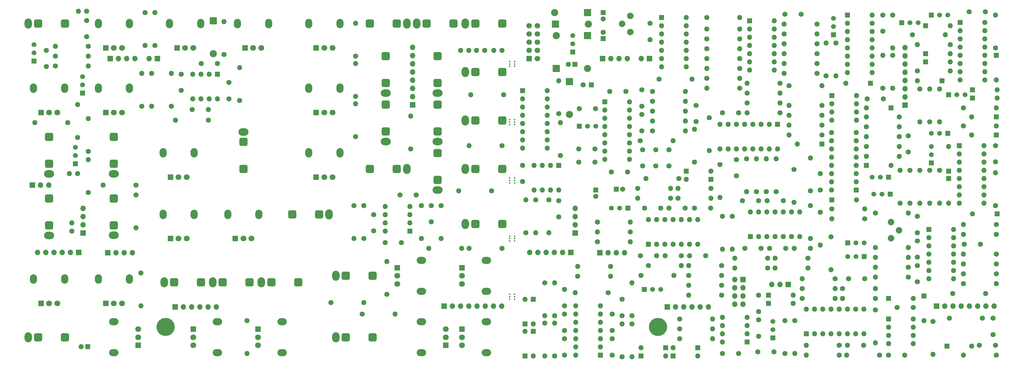
<source format=gts>
%TF.GenerationSoftware,KiCad,Pcbnew,(6.0.6-0)*%
%TF.CreationDate,2022-11-11T14:24:23+00:00*%
%TF.ProjectId,strata,73747261-7461-42e6-9b69-6361645f7063,r01*%
%TF.SameCoordinates,Original*%
%TF.FileFunction,Soldermask,Top*%
%TF.FilePolarity,Negative*%
%FSLAX46Y46*%
G04 Gerber Fmt 4.6, Leading zero omitted, Abs format (unit mm)*
G04 Created by KiCad (PCBNEW (6.0.6-0)) date 2022-11-11 14:24:23*
%MOMM*%
%LPD*%
G01*
G04 APERTURE LIST*
G04 Aperture macros list*
%AMRoundRect*
0 Rectangle with rounded corners*
0 $1 Rounding radius*
0 $2 $3 $4 $5 $6 $7 $8 $9 X,Y pos of 4 corners*
0 Add a 4 corners polygon primitive as box body*
4,1,4,$2,$3,$4,$5,$6,$7,$8,$9,$2,$3,0*
0 Add four circle primitives for the rounded corners*
1,1,$1+$1,$2,$3*
1,1,$1+$1,$4,$5*
1,1,$1+$1,$6,$7*
1,1,$1+$1,$8,$9*
0 Add four rect primitives between the rounded corners*
20,1,$1+$1,$2,$3,$4,$5,0*
20,1,$1+$1,$4,$5,$6,$7,0*
20,1,$1+$1,$6,$7,$8,$9,0*
20,1,$1+$1,$8,$9,$2,$3,0*%
G04 Aperture macros list end*
%ADD10R,1.600000X1.600000*%
%ADD11O,1.600000X1.600000*%
%ADD12C,1.600000*%
%ADD13R,1.500000X1.500000*%
%ADD14C,1.500000*%
%ADD15O,2.200000X2.900000*%
%ADD16R,1.800000X1.800000*%
%ADD17C,1.800000*%
%ADD18R,2.200000X2.200000*%
%ADD19O,2.200000X2.200000*%
%ADD20O,2.300000X3.100000*%
%ADD21RoundRect,0.650000X-0.650000X0.650000X-0.650000X-0.650000X0.650000X-0.650000X0.650000X0.650000X0*%
%ADD22R,1.700000X1.700000*%
%ADD23O,1.700000X1.700000*%
%ADD24O,3.100000X2.300000*%
%ADD25RoundRect,0.650000X-0.650000X-0.650000X0.650000X-0.650000X0.650000X0.650000X-0.650000X0.650000X0*%
%ADD26C,0.500000*%
%ADD27RoundRect,0.650000X0.650000X-0.650000X0.650000X0.650000X-0.650000X0.650000X-0.650000X-0.650000X0*%
%ADD28O,2.900000X2.200000*%
%ADD29C,5.600000*%
%ADD30RoundRect,0.650000X0.650000X0.650000X-0.650000X0.650000X-0.650000X-0.650000X0.650000X-0.650000X0*%
%ADD31C,2.000000*%
%ADD32RoundRect,0.250000X-0.600000X-0.600000X0.600000X-0.600000X0.600000X0.600000X-0.600000X0.600000X0*%
%ADD33C,1.700000*%
G04 APERTURE END LIST*
D10*
%TO.C,U18*%
X311658000Y-103632000D03*
D11*
X311658000Y-106172000D03*
X311658000Y-108712000D03*
X311658000Y-111252000D03*
X311658000Y-113792000D03*
X311658000Y-116332000D03*
X311658000Y-118872000D03*
X319278000Y-118872000D03*
X319278000Y-116332000D03*
X319278000Y-113792000D03*
X319278000Y-111252000D03*
X319278000Y-108712000D03*
X319278000Y-106172000D03*
X319278000Y-103632000D03*
%TD*%
D10*
%TO.C,D26*%
X332740000Y-98806000D03*
D11*
X325120000Y-98806000D03*
%TD*%
D12*
%TO.C,C52*%
X51562000Y-44069000D03*
X51562000Y-39069000D03*
%TD*%
%TO.C,R66*%
X134112000Y-96266000D03*
D11*
X134112000Y-106426000D03*
%TD*%
D10*
%TO.C,D31*%
X310642000Y-49276000D03*
D11*
X318262000Y-49276000D03*
%TD*%
D12*
%TO.C,R1*%
X52070000Y-79502000D03*
D11*
X52070000Y-69342000D03*
%TD*%
D10*
%TO.C,U3*%
X210302000Y-142494000D03*
D11*
X210302000Y-139954000D03*
X210302000Y-137414000D03*
X210302000Y-134874000D03*
X210302000Y-132334000D03*
X210302000Y-129794000D03*
X210302000Y-127254000D03*
X202682000Y-127254000D03*
X202682000Y-129794000D03*
X202682000Y-132334000D03*
X202682000Y-134874000D03*
X202682000Y-137414000D03*
X202682000Y-139954000D03*
X202682000Y-142494000D03*
%TD*%
D12*
%TO.C,R34*%
X261874000Y-112522000D03*
D11*
X251714000Y-112522000D03*
%TD*%
D13*
%TO.C,Q5*%
X282194000Y-43434000D03*
D14*
X282194000Y-40894000D03*
X282194000Y-38354000D03*
%TD*%
D15*
%TO.C,RV2*%
X35200000Y-60000000D03*
X44800000Y-60000000D03*
D16*
X37500000Y-67500000D03*
D17*
X40000000Y-67500000D03*
X42500000Y-67500000D03*
%TD*%
D12*
%TO.C,R37*%
X270002000Y-85090000D03*
D11*
X270002000Y-95250000D03*
%TD*%
D12*
%TO.C,R101*%
X314960000Y-85344000D03*
D11*
X314960000Y-95504000D03*
%TD*%
D15*
%TO.C,RV11*%
X104800000Y-99000000D03*
X95200000Y-99000000D03*
D16*
X97500000Y-106500000D03*
D17*
X100000000Y-106500000D03*
X102500000Y-106500000D03*
%TD*%
D12*
%TO.C,R152*%
X197866000Y-80772000D03*
D11*
X197866000Y-70612000D03*
%TD*%
D12*
%TO.C,R32*%
X179832000Y-109474000D03*
D11*
X169672000Y-109474000D03*
%TD*%
D12*
%TO.C,R54*%
X255397000Y-81788000D03*
D11*
X255397000Y-91948000D03*
%TD*%
D12*
%TO.C,R104*%
X300482000Y-37338000D03*
D11*
X300482000Y-47498000D03*
%TD*%
D12*
%TO.C,R126*%
X332486000Y-117348000D03*
D11*
X322326000Y-117348000D03*
%TD*%
D18*
%TO.C,D3*%
X196342000Y-40132000D03*
D19*
X206502000Y-40132000D03*
%TD*%
D10*
%TO.C,U16*%
X286512000Y-37338000D03*
D11*
X286512000Y-39878000D03*
X286512000Y-42418000D03*
X286512000Y-44958000D03*
X286512000Y-47498000D03*
X286512000Y-50038000D03*
X286512000Y-52578000D03*
X286512000Y-55118000D03*
X294132000Y-55118000D03*
X294132000Y-52578000D03*
X294132000Y-50038000D03*
X294132000Y-47498000D03*
X294132000Y-44958000D03*
X294132000Y-42418000D03*
X294132000Y-39878000D03*
X294132000Y-37338000D03*
%TD*%
D20*
%TO.C,J26*%
X75520000Y-120000000D03*
D21*
X86920000Y-120000000D03*
X78620000Y-120000000D03*
%TD*%
D12*
%TO.C,C36*%
X262462000Y-109474000D03*
X267462000Y-109474000D03*
%TD*%
D15*
%TO.C,RV9*%
X84800000Y-80000000D03*
X75200000Y-80000000D03*
D16*
X77500000Y-87500000D03*
D17*
X80000000Y-87500000D03*
X82500000Y-87500000D03*
%TD*%
D12*
%TO.C,C72*%
X86948000Y-52324000D03*
X91948000Y-52324000D03*
%TD*%
D10*
%TO.C,D35*%
X325120000Y-62992000D03*
D11*
X332740000Y-62992000D03*
%TD*%
D10*
%TO.C,U9*%
X273812000Y-135890000D03*
D11*
X276352000Y-135890000D03*
X278892000Y-135890000D03*
X281432000Y-135890000D03*
X283972000Y-135890000D03*
X286512000Y-135890000D03*
X289052000Y-135890000D03*
X291592000Y-135890000D03*
X291592000Y-128270000D03*
X289052000Y-128270000D03*
X286512000Y-128270000D03*
X283972000Y-128270000D03*
X281432000Y-128270000D03*
X278892000Y-128270000D03*
X276352000Y-128270000D03*
X273812000Y-128270000D03*
%TD*%
D12*
%TO.C,R76*%
X266954000Y-43180000D03*
D11*
X277114000Y-43180000D03*
%TD*%
D12*
%TO.C,R2*%
X45720000Y-70612000D03*
D11*
X35560000Y-70612000D03*
%TD*%
D12*
%TO.C,R64*%
X295148000Y-128524000D03*
D11*
X295148000Y-138684000D03*
%TD*%
D12*
%TO.C,R134*%
X234696000Y-137414000D03*
D11*
X244856000Y-137414000D03*
%TD*%
D12*
%TO.C,R155*%
X137160000Y-106426000D03*
D11*
X137160000Y-96266000D03*
%TD*%
D12*
%TO.C,R160*%
X66802000Y-89916000D03*
D11*
X56642000Y-89916000D03*
%TD*%
D12*
%TO.C,R96*%
X292354000Y-71882000D03*
D11*
X302514000Y-71882000D03*
%TD*%
D12*
%TO.C,R154*%
X154940000Y-96266000D03*
D11*
X154940000Y-106426000D03*
%TD*%
D12*
%TO.C,R22*%
X226314000Y-67056000D03*
D11*
X236474000Y-67056000D03*
%TD*%
D22*
%TO.C,J53*%
X210900000Y-50800000D03*
D23*
X213440000Y-50800000D03*
X215980000Y-50800000D03*
X218520000Y-50800000D03*
%TD*%
D13*
%TO.C,Q14*%
X263504000Y-137160000D03*
D14*
X263504000Y-134620000D03*
X263504000Y-132080000D03*
%TD*%
D12*
%TO.C,R28*%
X212598000Y-123190000D03*
D11*
X202438000Y-123190000D03*
%TD*%
D12*
%TO.C,R139*%
X244348000Y-90932000D03*
D11*
X234188000Y-90932000D03*
%TD*%
D12*
%TO.C,C14*%
X203534000Y-78740000D03*
X208534000Y-78740000D03*
%TD*%
D10*
%TO.C,D18*%
X262128000Y-126492000D03*
D11*
X269748000Y-126492000D03*
%TD*%
D13*
%TO.C,U2*%
X201676000Y-48768000D03*
D14*
X201676000Y-46228000D03*
X201676000Y-43688000D03*
%TD*%
D12*
%TO.C,C29*%
X213868000Y-142494000D03*
X213868000Y-137494000D03*
%TD*%
D10*
%TO.C,U5*%
X211592000Y-64252000D03*
D11*
X211592000Y-66792000D03*
X211592000Y-69332000D03*
X211592000Y-71872000D03*
X211592000Y-74412000D03*
X211592000Y-76952000D03*
X211592000Y-79492000D03*
X211592000Y-82032000D03*
X219212000Y-82032000D03*
X219212000Y-79492000D03*
X219212000Y-76952000D03*
X219212000Y-74412000D03*
X219212000Y-71872000D03*
X219212000Y-69332000D03*
X219212000Y-66792000D03*
X219212000Y-64252000D03*
%TD*%
D12*
%TO.C,C70*%
X278130000Y-86440000D03*
X278130000Y-91440000D03*
%TD*%
%TO.C,R75*%
X243078000Y-47752000D03*
D11*
X253238000Y-47752000D03*
%TD*%
D10*
%TO.C,D5*%
X186944000Y-132842000D03*
D11*
X186944000Y-125222000D03*
%TD*%
D12*
%TO.C,R51*%
X281432000Y-105918000D03*
D11*
X281432000Y-116078000D03*
%TD*%
D12*
%TO.C,R173*%
X179861000Y-48260000D03*
D11*
X177321000Y-48260000D03*
%TD*%
D12*
%TO.C,C39*%
X252904000Y-67564000D03*
X247904000Y-67564000D03*
%TD*%
%TO.C,C5*%
X297434000Y-42338000D03*
X297434000Y-37338000D03*
%TD*%
%TO.C,R10*%
X190246000Y-94488000D03*
D11*
X190246000Y-104648000D03*
%TD*%
D12*
%TO.C,R132*%
X305308000Y-118364000D03*
D11*
X295148000Y-118364000D03*
%TD*%
D10*
%TO.C,D11*%
X240284000Y-140208000D03*
D11*
X232664000Y-140208000D03*
%TD*%
D12*
%TO.C,R36*%
X275082000Y-96266000D03*
D11*
X275082000Y-106426000D03*
%TD*%
D12*
%TO.C,C24*%
X223012000Y-68152000D03*
X223012000Y-73152000D03*
%TD*%
%TO.C,R14*%
X196088000Y-142748000D03*
D11*
X196088000Y-132588000D03*
%TD*%
D13*
%TO.C,Q15*%
X223774000Y-122174000D03*
D14*
X226314000Y-122174000D03*
X228854000Y-122174000D03*
%TD*%
D12*
%TO.C,C12*%
X199136000Y-129874000D03*
X199136000Y-134874000D03*
%TD*%
D10*
%TO.C,D37*%
X236728000Y-85598000D03*
D11*
X244348000Y-85598000D03*
%TD*%
D10*
%TO.C,U15*%
X321056000Y-77724000D03*
D11*
X321056000Y-80264000D03*
X321056000Y-82804000D03*
X321056000Y-85344000D03*
X321056000Y-87884000D03*
X321056000Y-90424000D03*
X321056000Y-92964000D03*
X321056000Y-95504000D03*
X328676000Y-95504000D03*
X328676000Y-92964000D03*
X328676000Y-90424000D03*
X328676000Y-87884000D03*
X328676000Y-85344000D03*
X328676000Y-82804000D03*
X328676000Y-80264000D03*
X328676000Y-77724000D03*
%TD*%
D12*
%TO.C,R147*%
X247650000Y-123952000D03*
D11*
X237490000Y-123952000D03*
%TD*%
D12*
%TO.C,R163*%
X66802000Y-92964000D03*
D11*
X66802000Y-103124000D03*
%TD*%
D12*
%TO.C,R113*%
X322326000Y-66040000D03*
D11*
X332486000Y-66040000D03*
%TD*%
D12*
%TO.C,R67*%
X243078000Y-38100000D03*
D11*
X253238000Y-38100000D03*
%TD*%
D24*
%TO.C,J19*%
X160000000Y-76480000D03*
D25*
X160000000Y-65080000D03*
X160000000Y-73380000D03*
%TD*%
D12*
%TO.C,R39*%
X274320000Y-112522000D03*
D11*
X264160000Y-112522000D03*
%TD*%
D12*
%TO.C,R162*%
X48768000Y-86360000D03*
D11*
X46228000Y-86360000D03*
%TD*%
D26*
%TO.C,mouse-bite-2mm-slot*%
X182250000Y-70500000D03*
X183750000Y-70500000D03*
X182250000Y-71250000D03*
X182250000Y-69750000D03*
X183750000Y-71250000D03*
X183750000Y-69750000D03*
%TD*%
D12*
%TO.C,R24*%
X203200000Y-118110000D03*
D11*
X213360000Y-118110000D03*
%TD*%
D12*
%TO.C,R157*%
X93980000Y-49530000D03*
D11*
X93980000Y-39370000D03*
%TD*%
D13*
%TO.C,Q13*%
X286620000Y-107802000D03*
D14*
X289160000Y-107802000D03*
X291700000Y-107802000D03*
%TD*%
D12*
%TO.C,R12*%
X197358000Y-67818000D03*
D11*
X197358000Y-57658000D03*
%TD*%
D12*
%TO.C,C59*%
X259080000Y-124032000D03*
X259080000Y-129032000D03*
%TD*%
%TO.C,R166*%
X176657000Y-91694000D03*
D11*
X166497000Y-91694000D03*
%TD*%
D12*
%TO.C,R169*%
X167103000Y-48260000D03*
D11*
X169643000Y-48260000D03*
%TD*%
D10*
%TO.C,D27*%
X299974000Y-66040000D03*
D11*
X292354000Y-66040000D03*
%TD*%
D10*
%TO.C,U17*%
X321310000Y-39624000D03*
D11*
X321310000Y-42164000D03*
X321310000Y-44704000D03*
X321310000Y-47244000D03*
X321310000Y-49784000D03*
X321310000Y-52324000D03*
X321310000Y-54864000D03*
X321310000Y-57404000D03*
X328930000Y-57404000D03*
X328930000Y-54864000D03*
X328930000Y-52324000D03*
X328930000Y-49784000D03*
X328930000Y-47244000D03*
X328930000Y-44704000D03*
X328930000Y-42164000D03*
X328930000Y-39624000D03*
%TD*%
D12*
%TO.C,R158*%
X69596000Y-36576000D03*
D11*
X69596000Y-46736000D03*
%TD*%
D24*
%TO.C,J2*%
X60000000Y-86480000D03*
D25*
X60000000Y-75080000D03*
X60000000Y-83380000D03*
%TD*%
D12*
%TO.C,R119*%
X68580000Y-65532000D03*
D11*
X68580000Y-55372000D03*
%TD*%
D12*
%TO.C,R144*%
X231902000Y-93980000D03*
D11*
X221742000Y-93980000D03*
%TD*%
D12*
%TO.C,C38*%
X252222000Y-82042000D03*
X252222000Y-87042000D03*
%TD*%
D10*
%TO.C,D30*%
X310642000Y-51816000D03*
D11*
X318262000Y-51816000D03*
%TD*%
D10*
%TO.C,D23*%
X332486000Y-74422000D03*
D11*
X324866000Y-74422000D03*
%TD*%
D12*
%TO.C,R136*%
X267208000Y-141986000D03*
D11*
X267208000Y-131826000D03*
%TD*%
D12*
%TO.C,R11*%
X193040000Y-132588000D03*
D11*
X193040000Y-142748000D03*
%TD*%
D12*
%TO.C,C1*%
X84154000Y-66548000D03*
X89154000Y-66548000D03*
%TD*%
%TO.C,R167*%
X151638000Y-78740000D03*
D11*
X151638000Y-68580000D03*
%TD*%
D12*
%TO.C,C40*%
X258826000Y-141478000D03*
X263826000Y-141478000D03*
%TD*%
D10*
%TO.C,D38*%
X244348000Y-88138000D03*
D11*
X236728000Y-88138000D03*
%TD*%
D12*
%TO.C,R141*%
X209296000Y-107442000D03*
D11*
X219456000Y-107442000D03*
%TD*%
D13*
%TO.C,Q10*%
X50292000Y-61468000D03*
D14*
X50292000Y-58928000D03*
X50292000Y-56388000D03*
%TD*%
D12*
%TO.C,R18*%
X239268000Y-82804000D03*
D11*
X239268000Y-72644000D03*
%TD*%
D20*
%TO.C,J25*%
X168520000Y-55000000D03*
D21*
X179920000Y-55000000D03*
X171620000Y-55000000D03*
%TD*%
D12*
%TO.C,C64*%
X235204000Y-111760000D03*
X230204000Y-111760000D03*
%TD*%
%TO.C,R107*%
X332232000Y-47498000D03*
D11*
X332232000Y-37338000D03*
%TD*%
D12*
%TO.C,R103*%
X308864000Y-85344000D03*
D11*
X308864000Y-95504000D03*
%TD*%
D12*
%TO.C,R16*%
X226314000Y-60960000D03*
D11*
X236474000Y-60960000D03*
%TD*%
D24*
%TO.C,J24*%
X160000000Y-61480000D03*
D25*
X160000000Y-50080000D03*
X160000000Y-58380000D03*
%TD*%
D12*
%TO.C,R49*%
X272542000Y-124968000D03*
D11*
X282702000Y-124968000D03*
%TD*%
D20*
%TO.C,J48*%
X150480000Y-85000000D03*
D27*
X139080000Y-85000000D03*
X147380000Y-85000000D03*
%TD*%
D10*
%TO.C,U11*%
X229108000Y-38100000D03*
D11*
X229108000Y-40640000D03*
X229108000Y-43180000D03*
X229108000Y-45720000D03*
X229108000Y-48260000D03*
X229108000Y-50800000D03*
X229108000Y-53340000D03*
X236728000Y-53340000D03*
X236728000Y-50800000D03*
X236728000Y-48260000D03*
X236728000Y-45720000D03*
X236728000Y-43180000D03*
X236728000Y-40640000D03*
X236728000Y-38100000D03*
%TD*%
D24*
%TO.C,J22*%
X144000000Y-61480000D03*
D25*
X144000000Y-50080000D03*
X144000000Y-58380000D03*
%TD*%
D13*
%TO.C,Q4*%
X312420000Y-83058000D03*
D14*
X312420000Y-80518000D03*
X312420000Y-77978000D03*
%TD*%
D12*
%TO.C,R170*%
X180340000Y-61976000D03*
D11*
X170180000Y-61976000D03*
%TD*%
D18*
%TO.C,D4*%
X196596000Y-53848000D03*
D19*
X196596000Y-43688000D03*
%TD*%
D12*
%TO.C,R117*%
X41910000Y-50038000D03*
D11*
X52070000Y-50038000D03*
%TD*%
D12*
%TO.C,C58*%
X247904000Y-141986000D03*
X252904000Y-141986000D03*
%TD*%
D10*
%TO.C,U10*%
X264922000Y-71120000D03*
D11*
X262382000Y-71120000D03*
X259842000Y-71120000D03*
X257302000Y-71120000D03*
X254762000Y-71120000D03*
X252222000Y-71120000D03*
X249682000Y-71120000D03*
X247142000Y-71120000D03*
X247142000Y-78740000D03*
X249682000Y-78740000D03*
X252222000Y-78740000D03*
X254762000Y-78740000D03*
X257302000Y-78740000D03*
X259842000Y-78740000D03*
X262382000Y-78740000D03*
X264922000Y-78740000D03*
%TD*%
D13*
%TO.C,Q2*%
X299212000Y-87524000D03*
D14*
X296672000Y-87524000D03*
X294132000Y-87524000D03*
%TD*%
D12*
%TO.C,R125*%
X332486000Y-102108000D03*
D11*
X322326000Y-102108000D03*
%TD*%
D10*
%TO.C,U8*%
X299212000Y-131318000D03*
D11*
X299212000Y-133858000D03*
X299212000Y-136398000D03*
X299212000Y-138938000D03*
X306832000Y-138938000D03*
X306832000Y-136398000D03*
X306832000Y-133858000D03*
X306832000Y-131318000D03*
%TD*%
D24*
%TO.C,J17*%
X160000000Y-91480000D03*
D25*
X160000000Y-80080000D03*
X160000000Y-88380000D03*
%TD*%
D28*
%TO.C,RV20*%
X155000000Y-132200000D03*
X155000000Y-141800000D03*
D16*
X162500000Y-139500000D03*
D17*
X162500000Y-137000000D03*
X162500000Y-134500000D03*
%TD*%
D20*
%TO.C,J33*%
X128520000Y-137000000D03*
D21*
X139920000Y-137000000D03*
X131620000Y-137000000D03*
%TD*%
D24*
%TO.C,J49*%
X40000000Y-105502500D03*
D25*
X40000000Y-94102500D03*
X40000000Y-102402500D03*
%TD*%
D12*
%TO.C,R137*%
X209296000Y-101346000D03*
D11*
X219456000Y-101346000D03*
%TD*%
D12*
%TO.C,R33*%
X328200000Y-131100000D03*
D11*
X318040000Y-131100000D03*
%TD*%
D12*
%TO.C,R79*%
X265684000Y-58420000D03*
D11*
X255524000Y-58420000D03*
%TD*%
D26*
%TO.C,mouse-bite-2mm-slot*%
X182250000Y-106500000D03*
X183750000Y-105750000D03*
X182250000Y-105750000D03*
X182250000Y-107250000D03*
X183750000Y-106500000D03*
X183750000Y-107250000D03*
%TD*%
D12*
%TO.C,R118*%
X52070000Y-46990000D03*
D11*
X41910000Y-46990000D03*
%TD*%
D13*
%TO.C,Q16*%
X218694000Y-97028000D03*
D14*
X216154000Y-97028000D03*
X213614000Y-97028000D03*
%TD*%
D12*
%TO.C,R55*%
X258445000Y-91948000D03*
D11*
X258445000Y-81788000D03*
%TD*%
D10*
%TO.C,D16*%
X299212000Y-124968000D03*
D11*
X306832000Y-124968000D03*
%TD*%
D12*
%TO.C,R93*%
X302768000Y-95504000D03*
D11*
X302768000Y-85344000D03*
%TD*%
D12*
%TO.C,R105*%
X282956000Y-45974000D03*
D11*
X282956000Y-56134000D03*
%TD*%
D12*
%TO.C,R98*%
X332232000Y-96266000D03*
D11*
X332232000Y-86106000D03*
%TD*%
D15*
%TO.C,RV3*%
X77200000Y-40000000D03*
X86800000Y-40000000D03*
D16*
X79500000Y-47500000D03*
D17*
X82000000Y-47500000D03*
X84500000Y-47500000D03*
%TD*%
D13*
%TO.C,Q1*%
X203708000Y-71734000D03*
D14*
X206248000Y-71734000D03*
X208788000Y-71734000D03*
%TD*%
D10*
%TO.C,D15*%
X310134000Y-124206000D03*
D11*
X310134000Y-131826000D03*
%TD*%
D12*
%TO.C,R89*%
X292354000Y-77978000D03*
D11*
X302514000Y-77978000D03*
%TD*%
D12*
%TO.C,R50*%
X243840000Y-69088000D03*
D11*
X243840000Y-79248000D03*
%TD*%
D10*
%TO.C,D20*%
X292354000Y-83820000D03*
D11*
X299974000Y-83820000D03*
%TD*%
D12*
%TO.C,R3*%
X77724000Y-65532000D03*
D11*
X77724000Y-55372000D03*
%TD*%
D12*
%TO.C,R61*%
X296418000Y-142494000D03*
D11*
X286258000Y-142494000D03*
%TD*%
D12*
%TO.C,R171*%
X68326000Y-117094000D03*
D11*
X68326000Y-127254000D03*
%TD*%
D12*
%TO.C,R72*%
X277114000Y-52324000D03*
D11*
X266954000Y-52324000D03*
%TD*%
D13*
%TO.C,Q3*%
X317500000Y-73914000D03*
D14*
X314960000Y-73914000D03*
X312420000Y-73914000D03*
%TD*%
D22*
%TO.C,J8*%
X201100000Y-110800000D03*
D23*
X198560000Y-110800000D03*
X196020000Y-110800000D03*
X193480000Y-110800000D03*
X190940000Y-110800000D03*
X188400000Y-110800000D03*
%TD*%
D15*
%TO.C,RV1*%
X64800000Y-60000000D03*
X55200000Y-60000000D03*
D16*
X57500000Y-67500000D03*
D17*
X60000000Y-67500000D03*
X62500000Y-67500000D03*
%TD*%
D12*
%TO.C,C8*%
X199136000Y-142494000D03*
X199136000Y-137494000D03*
%TD*%
D10*
%TO.C,D7*%
X186944000Y-142748000D03*
D11*
X186944000Y-135128000D03*
%TD*%
D12*
%TO.C,R83*%
X144272000Y-123698000D03*
D11*
X144272000Y-113538000D03*
%TD*%
D12*
%TO.C,C60*%
X223854000Y-97028000D03*
X228854000Y-97028000D03*
%TD*%
%TO.C,R21*%
X226314000Y-70104000D03*
D11*
X236474000Y-70104000D03*
%TD*%
D12*
%TO.C,R25*%
X219964000Y-132842000D03*
D11*
X219964000Y-143002000D03*
%TD*%
D10*
%TO.C,D13*%
X230378000Y-140208000D03*
D11*
X222758000Y-140208000D03*
%TD*%
D12*
%TO.C,R140*%
X247142000Y-83566000D03*
D11*
X247142000Y-93726000D03*
%TD*%
D24*
%TO.C,J3*%
X40000000Y-86480000D03*
D25*
X40000000Y-75080000D03*
X40000000Y-83380000D03*
%TD*%
D12*
%TO.C,R57*%
X261493000Y-91948000D03*
D11*
X261493000Y-81788000D03*
%TD*%
D18*
%TO.C,D1*%
X206248000Y-43688000D03*
D19*
X206248000Y-53848000D03*
%TD*%
D13*
%TO.C,Q8*%
X312420000Y-37338000D03*
D14*
X314960000Y-37338000D03*
X317500000Y-37338000D03*
%TD*%
D10*
%TO.C,D36*%
X315722000Y-57658000D03*
D11*
X308102000Y-57658000D03*
%TD*%
D12*
%TO.C,R148*%
X247650000Y-120904000D03*
D11*
X237490000Y-120904000D03*
%TD*%
D12*
%TO.C,R120*%
X71628000Y-55372000D03*
D11*
X71628000Y-65532000D03*
%TD*%
D20*
%TO.C,J16*%
X126480000Y-99000000D03*
D27*
X115080000Y-99000000D03*
X123380000Y-99000000D03*
%TD*%
D15*
%TO.C,RV6*%
X55200000Y-119000000D03*
X64800000Y-119000000D03*
D16*
X57500000Y-126500000D03*
D17*
X60000000Y-126500000D03*
X62500000Y-126500000D03*
%TD*%
D12*
%TO.C,R27*%
X216916000Y-143002000D03*
D11*
X216916000Y-132842000D03*
%TD*%
D24*
%TO.C,J21*%
X144000000Y-76480000D03*
D25*
X144000000Y-65080000D03*
X144000000Y-73380000D03*
%TD*%
D10*
%TO.C,U14*%
X289296000Y-91440000D03*
D11*
X289296000Y-88900000D03*
X289296000Y-86360000D03*
X289296000Y-83820000D03*
X289296000Y-81280000D03*
X289296000Y-78740000D03*
X289296000Y-76200000D03*
X289296000Y-73660000D03*
X281676000Y-73660000D03*
X281676000Y-76200000D03*
X281676000Y-78740000D03*
X281676000Y-81280000D03*
X281676000Y-83820000D03*
X281676000Y-86360000D03*
X281676000Y-88900000D03*
X281676000Y-91440000D03*
%TD*%
D12*
%TO.C,R121*%
X332486000Y-105156000D03*
D11*
X322326000Y-105156000D03*
%TD*%
D12*
%TO.C,C53*%
X308102000Y-114808000D03*
X308102000Y-119808000D03*
%TD*%
D18*
%TO.C,D2*%
X206248000Y-36576000D03*
D19*
X196088000Y-36576000D03*
%TD*%
D12*
%TO.C,R85*%
X302514000Y-68834000D03*
D11*
X292354000Y-68834000D03*
%TD*%
D13*
%TO.C,Q6*%
X303276000Y-39730000D03*
D14*
X305816000Y-39730000D03*
X308356000Y-39730000D03*
%TD*%
D22*
%TO.C,J13*%
X304300000Y-65200000D03*
D23*
X304300000Y-62660000D03*
X304300000Y-60120000D03*
X304300000Y-57580000D03*
X304300000Y-55040000D03*
X304300000Y-52500000D03*
X304300000Y-49960000D03*
X304300000Y-47420000D03*
%TD*%
D12*
%TO.C,C65*%
X231400000Y-97028000D03*
X236400000Y-97028000D03*
%TD*%
D20*
%TO.C,J20*%
X168520000Y-70000000D03*
D21*
X179920000Y-70000000D03*
X171620000Y-70000000D03*
%TD*%
D10*
%TO.C,U1*%
X91948000Y-55626000D03*
D11*
X89408000Y-55626000D03*
X86868000Y-55626000D03*
X84328000Y-55626000D03*
X84328000Y-63246000D03*
X86868000Y-63246000D03*
X89408000Y-63246000D03*
X91948000Y-63246000D03*
%TD*%
D10*
%TO.C,D6*%
X189484000Y-125222000D03*
D11*
X189484000Y-132842000D03*
%TD*%
D10*
%TO.C,D17*%
X262128000Y-123952000D03*
D11*
X269748000Y-123952000D03*
%TD*%
D12*
%TO.C,R30*%
X213360000Y-115062000D03*
D11*
X203200000Y-115062000D03*
%TD*%
D12*
%TO.C,R4*%
X48768000Y-75184000D03*
D11*
X48768000Y-65024000D03*
%TD*%
D12*
%TO.C,R7*%
X134620000Y-74930000D03*
D11*
X134620000Y-64770000D03*
%TD*%
D12*
%TO.C,R53*%
X247904000Y-99568000D03*
D11*
X247904000Y-109728000D03*
%TD*%
D10*
%TO.C,D29*%
X332486000Y-68834000D03*
D11*
X324866000Y-68834000D03*
%TD*%
D10*
%TO.C,D24*%
X317754000Y-87884000D03*
D11*
X317754000Y-95504000D03*
%TD*%
D29*
%TO.C,H3*%
X228000000Y-133800000D03*
%TD*%
D12*
%TO.C,R74*%
X243078000Y-56896000D03*
D11*
X253238000Y-56896000D03*
%TD*%
D12*
%TO.C,C35*%
X259080000Y-94742000D03*
X254080000Y-94742000D03*
%TD*%
%TO.C,R150*%
X225044000Y-114808000D03*
D11*
X235204000Y-114808000D03*
%TD*%
D12*
%TO.C,C11*%
X213868000Y-134874000D03*
X213868000Y-129874000D03*
%TD*%
%TO.C,R142*%
X219456000Y-104394000D03*
D11*
X209296000Y-104394000D03*
%TD*%
D12*
%TO.C,R156*%
X101092000Y-131826000D03*
D11*
X101092000Y-141986000D03*
%TD*%
D13*
%TO.C,Q9*%
X35306000Y-51562000D03*
D14*
X35306000Y-49022000D03*
X35306000Y-46482000D03*
%TD*%
D15*
%TO.C,RV14*%
X129800000Y-40000000D03*
X120200000Y-40000000D03*
D16*
X122500000Y-47500000D03*
D17*
X125000000Y-47500000D03*
X127500000Y-47500000D03*
%TD*%
D12*
%TO.C,R127*%
X319024000Y-123444000D03*
D11*
X329184000Y-123444000D03*
%TD*%
D10*
%TO.C,D14*%
X317246000Y-139700000D03*
D11*
X324866000Y-139700000D03*
%TD*%
D12*
%TO.C,C43*%
X306832000Y-127762000D03*
X301832000Y-127762000D03*
%TD*%
%TO.C,R46*%
X295148000Y-124968000D03*
D11*
X284988000Y-124968000D03*
%TD*%
D12*
%TO.C,C18*%
X203534000Y-82804000D03*
X208534000Y-82804000D03*
%TD*%
%TO.C,C61*%
X244268000Y-97028000D03*
X239268000Y-97028000D03*
%TD*%
%TO.C,R43*%
X274320000Y-115570000D03*
D11*
X264160000Y-115570000D03*
%TD*%
D22*
%TO.C,J11*%
X210100000Y-110900000D03*
D23*
X212640000Y-110900000D03*
X215180000Y-110900000D03*
X217720000Y-110900000D03*
%TD*%
D12*
%TO.C,R123*%
X305308000Y-115316000D03*
D11*
X295148000Y-115316000D03*
%TD*%
D12*
%TO.C,R115*%
X308102000Y-54610000D03*
D11*
X318262000Y-54610000D03*
%TD*%
D12*
%TO.C,R41*%
X312928000Y-132080000D03*
D11*
X312928000Y-142240000D03*
%TD*%
D12*
%TO.C,C9*%
X203748000Y-66294000D03*
X208748000Y-66294000D03*
%TD*%
%TO.C,R116*%
X41910000Y-53086000D03*
D11*
X52070000Y-53086000D03*
%TD*%
D22*
%TO.C,J10*%
X225400000Y-50800000D03*
D23*
X222860000Y-50800000D03*
%TD*%
D15*
%TO.C,RV12*%
X120200000Y-80000000D03*
X129800000Y-80000000D03*
D16*
X122500000Y-87500000D03*
D17*
X125000000Y-87500000D03*
X127500000Y-87500000D03*
%TD*%
D22*
%TO.C,J34*%
X230900000Y-127600000D03*
D23*
X233440000Y-127600000D03*
X235980000Y-127600000D03*
X238520000Y-127600000D03*
X241060000Y-127600000D03*
X243600000Y-127600000D03*
%TD*%
D13*
%TO.C,Q11*%
X299720000Y-92710000D03*
D14*
X297180000Y-92710000D03*
X294640000Y-92710000D03*
%TD*%
D12*
%TO.C,R23*%
X187198000Y-104648000D03*
D11*
X187198000Y-94488000D03*
%TD*%
D12*
%TO.C,C20*%
X218614000Y-85852000D03*
X213614000Y-85852000D03*
%TD*%
%TO.C,C31*%
X331470000Y-131144000D03*
X331470000Y-136144000D03*
%TD*%
%TO.C,C62*%
X242744000Y-111760000D03*
X237744000Y-111760000D03*
%TD*%
%TO.C,C21*%
X223012000Y-65532000D03*
X223012000Y-60532000D03*
%TD*%
D10*
%TO.C,C73*%
X51900000Y-139900000D03*
D12*
X49900000Y-139900000D03*
%TD*%
%TO.C,C27*%
X227330000Y-83994000D03*
X227330000Y-78994000D03*
%TD*%
%TO.C,C51*%
X39116000Y-53300000D03*
X39116000Y-48300000D03*
%TD*%
%TO.C,R165*%
X51562000Y-36195000D03*
D11*
X49022000Y-36195000D03*
%TD*%
D20*
%TO.C,J18*%
X168520000Y-85000000D03*
D21*
X179920000Y-85000000D03*
X171620000Y-85000000D03*
%TD*%
D20*
%TO.C,J51*%
X90520000Y-120000000D03*
D21*
X101920000Y-120000000D03*
X93620000Y-120000000D03*
%TD*%
D15*
%TO.C,RV13*%
X120200000Y-60000000D03*
X129800000Y-60000000D03*
D16*
X122500000Y-67500000D03*
D17*
X125000000Y-67500000D03*
X127500000Y-67500000D03*
%TD*%
D12*
%TO.C,R88*%
X278638000Y-68326000D03*
D11*
X268478000Y-68326000D03*
%TD*%
D12*
%TO.C,C19*%
X199136000Y-122254000D03*
X199136000Y-127254000D03*
%TD*%
%TO.C,C66*%
X140208000Y-99060000D03*
X140208000Y-104060000D03*
%TD*%
%TO.C,R122*%
X332486000Y-114300000D03*
D11*
X322326000Y-114300000D03*
%TD*%
D12*
%TO.C,C47*%
X225552000Y-44958000D03*
X225552000Y-39958000D03*
%TD*%
%TO.C,R174*%
X127000000Y-126238000D03*
D11*
X137160000Y-126238000D03*
%TD*%
D12*
%TO.C,C41*%
X291846000Y-118872000D03*
X286846000Y-118872000D03*
%TD*%
%TO.C,C44*%
X304212000Y-142494000D03*
X299212000Y-142494000D03*
%TD*%
%TO.C,R128*%
X332486000Y-111252000D03*
D11*
X322326000Y-111252000D03*
%TD*%
D10*
%TO.C,U19*%
X255524000Y-138430000D03*
D11*
X255524000Y-135890000D03*
X255524000Y-133350000D03*
X255524000Y-130810000D03*
X247904000Y-130810000D03*
X247904000Y-133350000D03*
X247904000Y-135890000D03*
X247904000Y-138430000D03*
%TD*%
D12*
%TO.C,R110*%
X306578000Y-43434000D03*
D11*
X316738000Y-43434000D03*
%TD*%
D12*
%TO.C,C25*%
X239776000Y-70278000D03*
X239776000Y-65278000D03*
%TD*%
%TO.C,C56*%
X327580000Y-108204000D03*
X322580000Y-108204000D03*
%TD*%
%TO.C,R17*%
X226314000Y-64008000D03*
D11*
X236474000Y-64008000D03*
%TD*%
D12*
%TO.C,R56*%
X264541000Y-91948000D03*
D11*
X264541000Y-81788000D03*
%TD*%
D12*
%TO.C,C3*%
X95504000Y-63246000D03*
X95504000Y-58246000D03*
%TD*%
%TO.C,C49*%
X292608000Y-63246000D03*
X297608000Y-63246000D03*
%TD*%
%TO.C,R84*%
X136652000Y-129794000D03*
D11*
X146812000Y-129794000D03*
%TD*%
D12*
%TO.C,C16*%
X197358000Y-94742000D03*
X197358000Y-99742000D03*
%TD*%
%TO.C,C46*%
X267208000Y-37084000D03*
X272208000Y-37084000D03*
%TD*%
%TO.C,R42*%
X284988000Y-121920000D03*
D11*
X295148000Y-121920000D03*
%TD*%
D12*
%TO.C,R129*%
X295148000Y-112268000D03*
D11*
X305308000Y-112268000D03*
%TD*%
D12*
%TO.C,R124*%
X322326000Y-120396000D03*
D11*
X332486000Y-120396000D03*
%TD*%
D10*
%TO.C,U20*%
X225044000Y-108204000D03*
D11*
X227584000Y-108204000D03*
X230124000Y-108204000D03*
X232664000Y-108204000D03*
X235204000Y-108204000D03*
X237744000Y-108204000D03*
X240284000Y-108204000D03*
X240284000Y-100584000D03*
X237744000Y-100584000D03*
X235204000Y-100584000D03*
X232664000Y-100584000D03*
X230124000Y-100584000D03*
X227584000Y-100584000D03*
X225044000Y-100584000D03*
%TD*%
D10*
%TO.C,D22*%
X278638000Y-77216000D03*
D11*
X271018000Y-77216000D03*
%TD*%
D12*
%TO.C,R168*%
X179832000Y-77724000D03*
D11*
X169672000Y-77724000D03*
%TD*%
D12*
%TO.C,C26*%
X231394000Y-83994000D03*
X231394000Y-78994000D03*
%TD*%
D15*
%TO.C,RV8*%
X98200000Y-40000000D03*
X107800000Y-40000000D03*
D16*
X100500000Y-47500000D03*
D17*
X103000000Y-47500000D03*
X105500000Y-47500000D03*
%TD*%
D15*
%TO.C,RV10*%
X84800000Y-99000000D03*
X75200000Y-99000000D03*
D16*
X77500000Y-106500000D03*
D17*
X80000000Y-106500000D03*
X82500000Y-106500000D03*
%TD*%
D12*
%TO.C,R130*%
X295148000Y-98552000D03*
D11*
X305308000Y-98552000D03*
%TD*%
D12*
%TO.C,R38*%
X332486000Y-142494000D03*
D11*
X322326000Y-142494000D03*
%TD*%
D28*
%TO.C,RV5*%
X60000000Y-141800000D03*
X60000000Y-132200000D03*
D16*
X67500000Y-139500000D03*
D17*
X67500000Y-137000000D03*
X67500000Y-134500000D03*
%TD*%
D12*
%TO.C,R73*%
X255524000Y-61468000D03*
D11*
X265684000Y-61468000D03*
%TD*%
D12*
%TO.C,C17*%
X186182000Y-88820000D03*
X186182000Y-83820000D03*
%TD*%
D28*
%TO.C,RV19*%
X155000000Y-122800000D03*
X155000000Y-113200000D03*
D16*
X147500000Y-115500000D03*
D17*
X147500000Y-118000000D03*
X147500000Y-120500000D03*
%TD*%
D12*
%TO.C,R40*%
X291846000Y-100330000D03*
D11*
X281686000Y-100330000D03*
%TD*%
D12*
%TO.C,R60*%
X283972000Y-142494000D03*
D11*
X273812000Y-142494000D03*
%TD*%
D12*
%TO.C,R86*%
X278638000Y-65278000D03*
D11*
X268478000Y-65278000D03*
%TD*%
D10*
%TO.C,D21*%
X281686000Y-94488000D03*
D11*
X289306000Y-94488000D03*
%TD*%
D12*
%TO.C,C33*%
X270082000Y-109474000D03*
X275082000Y-109474000D03*
%TD*%
D10*
%TO.C,U6*%
X186182000Y-60706000D03*
D11*
X186182000Y-63246000D03*
X186182000Y-65786000D03*
X186182000Y-68326000D03*
X186182000Y-70866000D03*
X186182000Y-73406000D03*
X186182000Y-75946000D03*
X186182000Y-78486000D03*
X193802000Y-78486000D03*
X193802000Y-75946000D03*
X193802000Y-73406000D03*
X193802000Y-70866000D03*
X193802000Y-68326000D03*
X193802000Y-65786000D03*
X193802000Y-63246000D03*
X193802000Y-60706000D03*
%TD*%
D20*
%TO.C,J31*%
X128520000Y-118000000D03*
D21*
X139920000Y-118000000D03*
X131620000Y-118000000D03*
%TD*%
D12*
%TO.C,R20*%
X226314000Y-73152000D03*
D11*
X236474000Y-73152000D03*
%TD*%
D12*
%TO.C,R143*%
X221742000Y-90932000D03*
D11*
X231902000Y-90932000D03*
%TD*%
D12*
%TO.C,R94*%
X305816000Y-85344000D03*
D11*
X305816000Y-95504000D03*
%TD*%
D12*
%TO.C,R69*%
X243078000Y-41656000D03*
D11*
X253238000Y-41656000D03*
%TD*%
D10*
%TO.C,U4*%
X197358000Y-83820000D03*
D11*
X194818000Y-83820000D03*
X192278000Y-83820000D03*
X189738000Y-83820000D03*
X189738000Y-91440000D03*
X192278000Y-91440000D03*
X194818000Y-91440000D03*
X197358000Y-91440000D03*
%TD*%
D15*
%TO.C,RV7*%
X55200000Y-40000000D03*
X64800000Y-40000000D03*
D16*
X57500000Y-47500000D03*
D17*
X60000000Y-47500000D03*
X62500000Y-47500000D03*
%TD*%
D12*
%TO.C,R146*%
X247650000Y-114808000D03*
D11*
X237490000Y-114808000D03*
%TD*%
D12*
%TO.C,C57*%
X259080000Y-131652000D03*
X259080000Y-136652000D03*
%TD*%
%TO.C,R151*%
X222758000Y-117856000D03*
D11*
X232918000Y-117856000D03*
%TD*%
D12*
%TO.C,R44*%
X282702000Y-118872000D03*
D11*
X272542000Y-118872000D03*
%TD*%
D12*
%TO.C,R159*%
X72644000Y-46736000D03*
D11*
X72644000Y-36576000D03*
%TD*%
D12*
%TO.C,R19*%
X222504000Y-76200000D03*
D11*
X232664000Y-76200000D03*
%TD*%
D20*
%TO.C,J1*%
X33520000Y-137000000D03*
D21*
X44920000Y-137000000D03*
X36620000Y-137000000D03*
%TD*%
D12*
%TO.C,R47*%
X265684000Y-67564000D03*
D11*
X255524000Y-67564000D03*
%TD*%
D12*
%TO.C,R109*%
X297434000Y-59944000D03*
D11*
X297434000Y-49784000D03*
%TD*%
D12*
%TO.C,R48*%
X278130000Y-98298000D03*
D11*
X278130000Y-108458000D03*
%TD*%
D12*
%TO.C,R82*%
X243078000Y-50800000D03*
D11*
X253238000Y-50800000D03*
%TD*%
D10*
%TO.C,D34*%
X310642000Y-40640000D03*
D11*
X318262000Y-40640000D03*
%TD*%
D12*
%TO.C,C71*%
X332232000Y-82724000D03*
X332232000Y-77724000D03*
%TD*%
D10*
%TO.C,U21*%
X151384000Y-104140000D03*
D11*
X151384000Y-101600000D03*
X151384000Y-99060000D03*
X151384000Y-96520000D03*
X143764000Y-96520000D03*
X143764000Y-99060000D03*
X143764000Y-101600000D03*
X143764000Y-104140000D03*
%TD*%
D12*
%TO.C,R80*%
X253238000Y-59944000D03*
D11*
X243078000Y-59944000D03*
%TD*%
D29*
%TO.C,H1*%
X76000000Y-133800000D03*
%TD*%
D12*
%TO.C,R52*%
X272542000Y-121920000D03*
D11*
X282702000Y-121920000D03*
%TD*%
D12*
%TO.C,R26*%
X194310000Y-94488000D03*
D11*
X194310000Y-104648000D03*
%TD*%
D12*
%TO.C,R35*%
X261874000Y-115570000D03*
D11*
X251714000Y-115570000D03*
%TD*%
D28*
%TO.C,RV18*%
X175000000Y-113200000D03*
X175000000Y-122800000D03*
D16*
X167500000Y-115500000D03*
D17*
X167500000Y-118000000D03*
X167500000Y-120500000D03*
%TD*%
D12*
%TO.C,R99*%
X311912000Y-70358000D03*
D11*
X311912000Y-60198000D03*
%TD*%
D10*
%TO.C,D28*%
X293624000Y-58420000D03*
D11*
X286004000Y-58420000D03*
%TD*%
D12*
%TO.C,R70*%
X277114000Y-46228000D03*
D11*
X266954000Y-46228000D03*
%TD*%
D12*
%TO.C,R102*%
X311912000Y-85344000D03*
D11*
X311912000Y-95504000D03*
%TD*%
D12*
%TO.C,C69*%
X329104000Y-36322000D03*
X324104000Y-36322000D03*
%TD*%
D18*
%TO.C,D19*%
X90678000Y-39116000D03*
D19*
X90678000Y-49276000D03*
%TD*%
D12*
%TO.C,C68*%
X153336000Y-92964000D03*
X148336000Y-92964000D03*
%TD*%
%TO.C,R97*%
X278638000Y-74422000D03*
D11*
X268478000Y-74422000D03*
%TD*%
D10*
%TO.C,D33*%
X332486000Y-49784000D03*
D11*
X332486000Y-57404000D03*
%TD*%
D12*
%TO.C,R106*%
X279908000Y-56134000D03*
D11*
X279908000Y-45974000D03*
%TD*%
D12*
%TO.C,R164*%
X46990000Y-104169000D03*
D11*
X46990000Y-101629000D03*
%TD*%
D12*
%TO.C,R63*%
X270256000Y-131826000D03*
D11*
X270256000Y-141986000D03*
%TD*%
D12*
%TO.C,R59*%
X250952000Y-99568000D03*
D11*
X250952000Y-109728000D03*
%TD*%
D12*
%TO.C,C54*%
X308102000Y-104648000D03*
X308102000Y-99648000D03*
%TD*%
%TO.C,R45*%
X255524000Y-64516000D03*
D11*
X265684000Y-64516000D03*
%TD*%
D12*
%TO.C,C42*%
X291512000Y-139446000D03*
X286512000Y-139446000D03*
%TD*%
D10*
%TO.C,U7*%
X256535000Y-105908000D03*
D11*
X259075000Y-105908000D03*
X261615000Y-105908000D03*
X264155000Y-105908000D03*
X266695000Y-105908000D03*
X269235000Y-105908000D03*
X271775000Y-105908000D03*
X271775000Y-98288000D03*
X269235000Y-98288000D03*
X266695000Y-98288000D03*
X264155000Y-98288000D03*
X261615000Y-98288000D03*
X259075000Y-98288000D03*
X256535000Y-98288000D03*
%TD*%
D24*
%TO.C,J50*%
X60000000Y-105480000D03*
D25*
X60000000Y-94080000D03*
X60000000Y-102380000D03*
%TD*%
D12*
%TO.C,R100*%
X308864000Y-60198000D03*
D11*
X308864000Y-70358000D03*
%TD*%
D12*
%TO.C,R95*%
X268478000Y-59182000D03*
D11*
X278638000Y-59182000D03*
%TD*%
D12*
%TO.C,R161*%
X52070000Y-92202000D03*
D11*
X52070000Y-82042000D03*
%TD*%
D12*
%TO.C,R138*%
X234442000Y-87884000D03*
D11*
X224282000Y-87884000D03*
%TD*%
D22*
%TO.C,J7*%
X202500000Y-104800000D03*
D23*
X202500000Y-102260000D03*
X202500000Y-99720000D03*
X202500000Y-97180000D03*
%TD*%
D12*
%TO.C,R71*%
X277114000Y-49276000D03*
D11*
X266954000Y-49276000D03*
%TD*%
D26*
%TO.C,mouse-bite-2mm-slot*%
X182250000Y-89250000D03*
X183750000Y-88500000D03*
X182250000Y-87750000D03*
X182250000Y-88500000D03*
X183750000Y-89250000D03*
X183750000Y-87750000D03*
%TD*%
D12*
%TO.C,C30*%
X216916000Y-125302000D03*
X216916000Y-130302000D03*
%TD*%
%TO.C,R91*%
X278638000Y-71374000D03*
D11*
X268478000Y-71374000D03*
%TD*%
D10*
%TO.C,U13*%
X281686000Y-62230000D03*
D11*
X281686000Y-64770000D03*
X281686000Y-67310000D03*
X281686000Y-69850000D03*
X289306000Y-69850000D03*
X289306000Y-67310000D03*
X289306000Y-64770000D03*
X289306000Y-62230000D03*
%TD*%
D12*
%TO.C,R68*%
X243078000Y-44704000D03*
D11*
X253238000Y-44704000D03*
%TD*%
D26*
%TO.C,mouse-bite-2mm-slot*%
X183750000Y-124500000D03*
X182250000Y-125250000D03*
X182250000Y-124500000D03*
X183750000Y-125250000D03*
X183750000Y-123750000D03*
X182250000Y-123750000D03*
%TD*%
D12*
%TO.C,R78*%
X277114000Y-55372000D03*
D11*
X266954000Y-55372000D03*
%TD*%
D12*
%TO.C,R13*%
X193040000Y-120142000D03*
D11*
X193040000Y-130302000D03*
%TD*%
D20*
%TO.C,J29*%
X105520000Y-120020000D03*
D21*
X116920000Y-120020000D03*
X108620000Y-120020000D03*
%TD*%
D10*
%TO.C,D25*%
X317754000Y-85598000D03*
D11*
X317754000Y-77978000D03*
%TD*%
D13*
%TO.C,Q7*%
X317754000Y-61976000D03*
D14*
X320294000Y-61976000D03*
X322834000Y-61976000D03*
%TD*%
D12*
%TO.C,R87*%
X302514000Y-74930000D03*
D11*
X292354000Y-74930000D03*
%TD*%
D12*
%TO.C,R81*%
X253238000Y-53848000D03*
D11*
X243078000Y-53848000D03*
%TD*%
D15*
%TO.C,RV4*%
X44800000Y-119000000D03*
X35200000Y-119000000D03*
D16*
X37500000Y-126500000D03*
D17*
X40000000Y-126500000D03*
X42500000Y-126500000D03*
%TD*%
D12*
%TO.C,C37*%
X261700000Y-94742000D03*
X266700000Y-94742000D03*
%TD*%
%TO.C,C67*%
X143764000Y-107696000D03*
X148764000Y-107696000D03*
%TD*%
%TO.C,R133*%
X234696000Y-134366000D03*
D11*
X244856000Y-134366000D03*
%TD*%
D12*
%TO.C,R8*%
X134620000Y-62484000D03*
D11*
X134620000Y-52324000D03*
%TD*%
D12*
%TO.C,R145*%
X234188000Y-93980000D03*
D11*
X244348000Y-93980000D03*
%TD*%
D12*
%TO.C,C34*%
X259842000Y-109474000D03*
X254842000Y-109474000D03*
%TD*%
%TO.C,R92*%
X292354000Y-81026000D03*
D11*
X302514000Y-81026000D03*
%TD*%
D28*
%TO.C,RV15*%
X112000000Y-132200000D03*
X112000000Y-141800000D03*
D16*
X104500000Y-134500000D03*
D17*
X104500000Y-137000000D03*
X104500000Y-139500000D03*
%TD*%
D26*
%TO.C,mouse-bite-2mm-slot*%
X183750000Y-51750000D03*
X182250000Y-53250000D03*
X183750000Y-52500000D03*
X183750000Y-53250000D03*
X182250000Y-51750000D03*
X182250000Y-52500000D03*
%TD*%
D12*
%TO.C,R112*%
X322326000Y-71628000D03*
D11*
X332486000Y-71628000D03*
%TD*%
D28*
%TO.C,RV16*%
X92000000Y-141800000D03*
X92000000Y-132200000D03*
D16*
X84500000Y-134500000D03*
D17*
X84500000Y-137000000D03*
X84500000Y-139500000D03*
%TD*%
D12*
%TO.C,R149*%
X237490000Y-117856000D03*
D11*
X247650000Y-117856000D03*
%TD*%
D12*
%TO.C,R9*%
X134620000Y-50038000D03*
D11*
X134620000Y-39878000D03*
%TD*%
D18*
%TO.C,D9*%
X200660000Y-57912000D03*
D19*
X200660000Y-68072000D03*
%TD*%
D12*
%TO.C,R108*%
X300482000Y-49784000D03*
D11*
X300482000Y-59944000D03*
%TD*%
D10*
%TO.C,D8*%
X189484000Y-135128000D03*
D11*
X189484000Y-142748000D03*
%TD*%
D12*
%TO.C,R31*%
X167386000Y-109474000D03*
D11*
X157226000Y-109474000D03*
%TD*%
D12*
%TO.C,R153*%
X161036000Y-96266000D03*
D11*
X161036000Y-106426000D03*
%TD*%
D12*
%TO.C,C10*%
X218106000Y-60960000D03*
X213106000Y-60960000D03*
%TD*%
D20*
%TO.C,J30*%
X168520000Y-40000000D03*
D21*
X179920000Y-40000000D03*
X171620000Y-40000000D03*
%TD*%
D12*
%TO.C,R135*%
X234696000Y-131318000D03*
D11*
X244856000Y-131318000D03*
%TD*%
D12*
%TO.C,R77*%
X277114000Y-40132000D03*
D11*
X266954000Y-40132000D03*
%TD*%
D20*
%TO.C,J4*%
X33542500Y-40000000D03*
D21*
X44942500Y-40000000D03*
X36642500Y-40000000D03*
%TD*%
D12*
%TO.C,R90*%
X281686000Y-97282000D03*
D11*
X291846000Y-97282000D03*
%TD*%
D13*
%TO.C,Q17*%
X48112000Y-83312000D03*
D14*
X48112000Y-80772000D03*
X48112000Y-78232000D03*
%TD*%
D20*
%TO.C,J27*%
X168520000Y-102000000D03*
D21*
X179920000Y-102000000D03*
X171620000Y-102000000D03*
%TD*%
D12*
%TO.C,R172*%
X174498000Y-48260000D03*
D11*
X171958000Y-48260000D03*
%TD*%
D12*
%TO.C,R111*%
X314960000Y-60198000D03*
D11*
X314960000Y-70358000D03*
%TD*%
D12*
%TO.C,C4*%
X80772000Y-60626000D03*
X80772000Y-55626000D03*
%TD*%
D10*
%TO.C,D10*%
X232664000Y-142748000D03*
D11*
X240284000Y-142748000D03*
%TD*%
D12*
%TO.C,R6*%
X98806000Y-63754000D03*
D11*
X98806000Y-53594000D03*
%TD*%
D12*
%TO.C,C55*%
X308102000Y-107188000D03*
X308102000Y-112188000D03*
%TD*%
D13*
%TO.C,Q12*%
X291700000Y-112014000D03*
D14*
X289160000Y-112014000D03*
X286620000Y-112014000D03*
%TD*%
D10*
%TO.C,U12*%
X256286000Y-39116000D03*
D11*
X256286000Y-41656000D03*
X256286000Y-44196000D03*
X256286000Y-46736000D03*
X256286000Y-49276000D03*
X256286000Y-51816000D03*
X256286000Y-54356000D03*
X263906000Y-54356000D03*
X263906000Y-51816000D03*
X263906000Y-49276000D03*
X263906000Y-46736000D03*
X263906000Y-44196000D03*
X263906000Y-41656000D03*
X263906000Y-39116000D03*
%TD*%
D12*
%TO.C,R5*%
X89154000Y-69850000D03*
D11*
X78994000Y-69850000D03*
%TD*%
D12*
%TO.C,C50*%
X305308000Y-74676000D03*
X305308000Y-79676000D03*
%TD*%
%TO.C,C63*%
X227584000Y-111760000D03*
X222584000Y-111760000D03*
%TD*%
%TO.C,C23*%
X223266000Y-83994000D03*
X223266000Y-78994000D03*
%TD*%
D10*
%TO.C,D32*%
X325120000Y-60452000D03*
D11*
X332740000Y-60452000D03*
%TD*%
D22*
%TO.C,J39*%
X34798000Y-89916000D03*
D23*
X37338000Y-89916000D03*
X39878000Y-89916000D03*
%TD*%
D28*
%TO.C,RV17*%
X175000000Y-141800000D03*
X175000000Y-132200000D03*
D16*
X167500000Y-134500000D03*
D17*
X167500000Y-137000000D03*
X167500000Y-139500000D03*
%TD*%
D12*
%TO.C,R65*%
X228346000Y-57150000D03*
D11*
X238506000Y-57150000D03*
%TD*%
D12*
%TO.C,R62*%
X283972000Y-139446000D03*
D11*
X273812000Y-139446000D03*
%TD*%
D12*
%TO.C,R131*%
X295148000Y-109220000D03*
D11*
X305308000Y-109220000D03*
%TD*%
D12*
%TO.C,C2*%
X157988000Y-101266000D03*
X157988000Y-96266000D03*
%TD*%
%TO.C,R29*%
X219964000Y-130302000D03*
D11*
X219964000Y-120142000D03*
%TD*%
D24*
%TO.C,J14*%
X100000000Y-73520000D03*
D30*
X100000000Y-84920000D03*
X100000000Y-76620000D03*
%TD*%
D22*
%TO.C,J36*%
X314020000Y-127400000D03*
D23*
X316560000Y-127400000D03*
X319100000Y-127400000D03*
X321640000Y-127400000D03*
X324180000Y-127400000D03*
X326720000Y-127400000D03*
X329260000Y-127400000D03*
X331800000Y-127400000D03*
%TD*%
D20*
%TO.C,J23*%
X150480000Y-40000000D03*
D27*
X139080000Y-40000000D03*
X147380000Y-40000000D03*
%TD*%
D12*
%TO.C,R15*%
X196088000Y-130302000D03*
D11*
X196088000Y-120142000D03*
%TD*%
D12*
%TO.C,R58*%
X275082000Y-91694000D03*
D11*
X275082000Y-81534000D03*
%TD*%
D10*
%TO.C,D12*%
X222758000Y-142748000D03*
D11*
X230378000Y-142748000D03*
%TD*%
D12*
%TO.C,R114*%
X318262000Y-46482000D03*
D11*
X308102000Y-46482000D03*
%TD*%
D20*
%TO.C,J28*%
X153520000Y-40000000D03*
D21*
X164920000Y-40000000D03*
X156620000Y-40000000D03*
%TD*%
D12*
%TO.C,C32*%
X327232000Y-139446000D03*
X332232000Y-139446000D03*
%TD*%
D22*
%TO.C,J52*%
X58900000Y-50800000D03*
D23*
X61440000Y-50800000D03*
X63980000Y-50800000D03*
X66520000Y-50800000D03*
%TD*%
D22*
%TO.C,J6*%
X49100000Y-110800000D03*
D23*
X46560000Y-110800000D03*
X44020000Y-110800000D03*
X41480000Y-110800000D03*
X38940000Y-110800000D03*
X36400000Y-110800000D03*
%TD*%
D22*
%TO.C,J32*%
X78900000Y-127600000D03*
D23*
X81440000Y-127600000D03*
X83980000Y-127600000D03*
X86520000Y-127600000D03*
X89060000Y-127600000D03*
X91600000Y-127600000D03*
%TD*%
D31*
%TO.C,RV22*%
X299974000Y-106386000D03*
X302474000Y-103886000D03*
X299974000Y-101386000D03*
%TD*%
D10*
%TO.C,C7*%
X211074000Y-44672000D03*
D12*
X211074000Y-42672000D03*
%TD*%
D22*
%TO.C,J35*%
X162020000Y-127400000D03*
D23*
X164560000Y-127400000D03*
X167100000Y-127400000D03*
X169640000Y-127400000D03*
X172180000Y-127400000D03*
X174720000Y-127400000D03*
X177260000Y-127400000D03*
X179800000Y-127400000D03*
%TD*%
D10*
%TO.C,C15*%
X207430380Y-58928000D03*
D12*
X204930380Y-58928000D03*
%TD*%
D22*
%TO.C,J12*%
X58100000Y-110900000D03*
D23*
X60640000Y-110900000D03*
X63180000Y-110900000D03*
X65720000Y-110900000D03*
%TD*%
D32*
%TO.C,J37*%
X188214000Y-50800000D03*
D33*
X190754000Y-50800000D03*
X188214000Y-48260000D03*
X190754000Y-48260000D03*
X188214000Y-45720000D03*
X190754000Y-45720000D03*
X188214000Y-43180000D03*
X190754000Y-43180000D03*
X188214000Y-40640000D03*
X190754000Y-40640000D03*
%TD*%
D31*
%TO.C,RV21*%
X219456000Y-37592000D03*
X216956000Y-40092000D03*
X219456000Y-42592000D03*
%TD*%
D22*
%TO.C,J5*%
X50500000Y-104800000D03*
D23*
X50500000Y-102260000D03*
X50500000Y-99720000D03*
X50500000Y-97180000D03*
%TD*%
D22*
%TO.C,J41*%
X268224000Y-120650000D03*
D23*
X265684000Y-120650000D03*
X263144000Y-120650000D03*
%TD*%
D10*
%TO.C,C22*%
X215138000Y-91186000D03*
D12*
X217138000Y-91186000D03*
%TD*%
D22*
%TO.C,J38*%
X254259000Y-119136000D03*
D23*
X251719000Y-119136000D03*
X254259000Y-121676000D03*
X251719000Y-121676000D03*
X254259000Y-124216000D03*
X251719000Y-124216000D03*
X254259000Y-126756000D03*
X251719000Y-126756000D03*
%TD*%
D10*
%TO.C,C28*%
X208788000Y-91440000D03*
D12*
X208788000Y-93440000D03*
%TD*%
D10*
%TO.C,C13*%
X202377113Y-52578000D03*
D12*
X200377113Y-52578000D03*
%TD*%
D22*
%TO.C,J15*%
X152300000Y-65180000D03*
D23*
X152300000Y-62640000D03*
X152300000Y-60100000D03*
X152300000Y-57560000D03*
X152300000Y-55020000D03*
X152300000Y-52480000D03*
X152300000Y-49940000D03*
X152300000Y-47400000D03*
%TD*%
D10*
%TO.C,C6*%
X211074000Y-36576000D03*
D12*
X211074000Y-38576000D03*
%TD*%
D22*
%TO.C,J9*%
X73400000Y-50800000D03*
D23*
X70860000Y-50800000D03*
%TD*%
M02*

</source>
